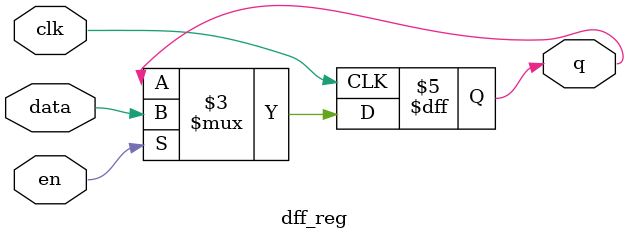
<source format=v>
module dff_reg (clk, en, data, q);
			input clk, en, data;
			output q;

reg q;

always @(posedge clk)
if (en) q = data;

endmodule
</source>
